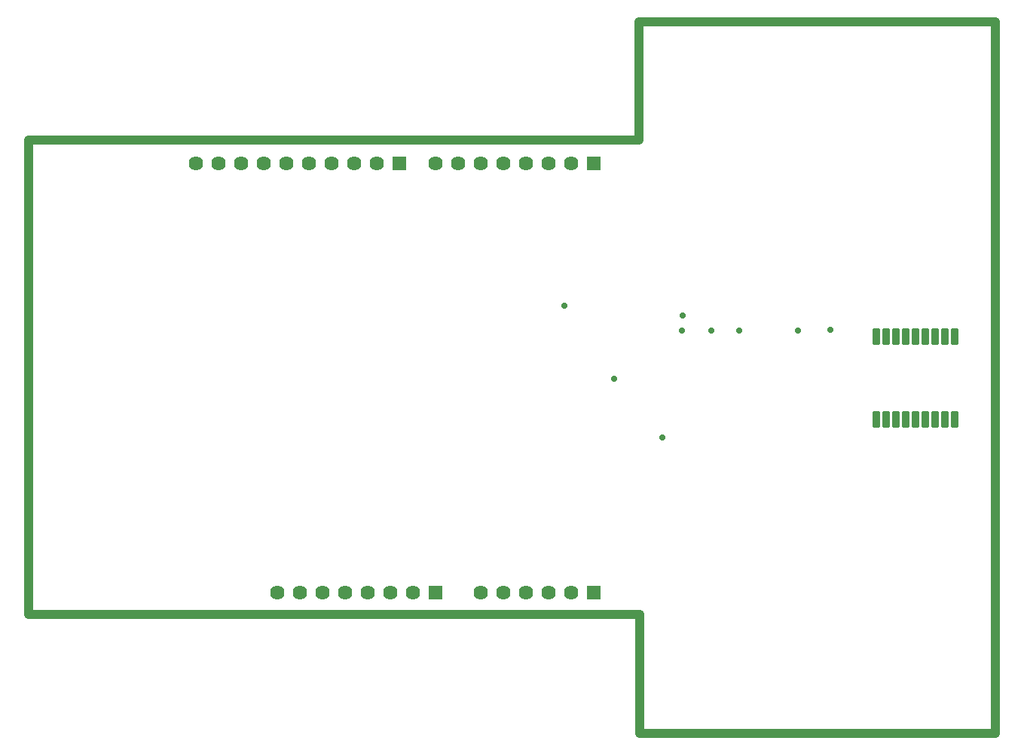
<source format=gbs>
G04*
G04 #@! TF.GenerationSoftware,Altium Limited,Altium Designer,21.7.2 (23)*
G04*
G04 Layer_Color=16711935*
%FSLAX44Y44*%
%MOMM*%
G71*
G04*
G04 #@! TF.SameCoordinates,4DA13975-460D-43A1-ABA8-CDB05979C8EE*
G04*
G04*
G04 #@! TF.FilePolarity,Negative*
G04*
G01*
G75*
%ADD13C,1.0000*%
%ADD23R,1.6240X1.6240*%
%ADD24C,1.6240*%
%ADD25C,0.7000*%
G04:AMPARAMS|DCode=43|XSize=0.85mm|YSize=1.9mm|CornerRadius=0.1438mm|HoleSize=0mm|Usage=FLASHONLY|Rotation=0.000|XOffset=0mm|YOffset=0mm|HoleType=Round|Shape=RoundedRectangle|*
%AMROUNDEDRECTD43*
21,1,0.8500,1.6125,0,0,0.0*
21,1,0.5625,1.9000,0,0,0.0*
1,1,0.2875,0.2813,-0.8063*
1,1,0.2875,-0.2813,-0.8063*
1,1,0.2875,-0.2813,0.8063*
1,1,0.2875,0.2813,0.8063*
%
%ADD43ROUNDEDRECTD43*%
D13*
X686000Y-400000D02*
Y-266000D01*
Y-400000D02*
X1085800D01*
X685800Y267000D02*
Y400000D01*
X0Y-266000D02*
X686000D01*
X1085800Y-400000D02*
X1085800Y400000D01*
X685800D02*
X1085800D01*
X0Y267000D02*
X685800D01*
X0Y-266000D02*
Y267000D01*
D23*
X457200Y-241300D02*
D03*
X416560Y241300D02*
D03*
X635000D02*
D03*
Y-241300D02*
D03*
D24*
X381000D02*
D03*
X355600D02*
D03*
X330200D02*
D03*
X304800D02*
D03*
X279400D02*
D03*
X431800D02*
D03*
X406400D02*
D03*
X187960Y241300D02*
D03*
X213360D02*
D03*
X238760D02*
D03*
X264160D02*
D03*
X289560D02*
D03*
X314960D02*
D03*
X340360D02*
D03*
X365760D02*
D03*
X391160D02*
D03*
X558800D02*
D03*
X533400D02*
D03*
X508000D02*
D03*
X482600D02*
D03*
X457200D02*
D03*
X609600D02*
D03*
X584200D02*
D03*
X508000Y-241300D02*
D03*
X533400D02*
D03*
X558800D02*
D03*
X584200D02*
D03*
X609600D02*
D03*
D25*
X901000Y54000D02*
D03*
X864000Y53000D02*
D03*
X798000D02*
D03*
X767000D02*
D03*
X734000D02*
D03*
X712000Y-67000D02*
D03*
X602000Y81000D02*
D03*
X735000Y70000D02*
D03*
X657779Y-1221D02*
D03*
D43*
X1040000Y-46500D02*
D03*
X1029000D02*
D03*
X1018000D02*
D03*
X1007000D02*
D03*
X996000D02*
D03*
X985000D02*
D03*
X974000D02*
D03*
X963000D02*
D03*
X952000D02*
D03*
Y46500D02*
D03*
X963000D02*
D03*
X974000D02*
D03*
X985000D02*
D03*
X996000D02*
D03*
X1007000D02*
D03*
X1018000D02*
D03*
X1029000D02*
D03*
X1040000D02*
D03*
M02*

</source>
